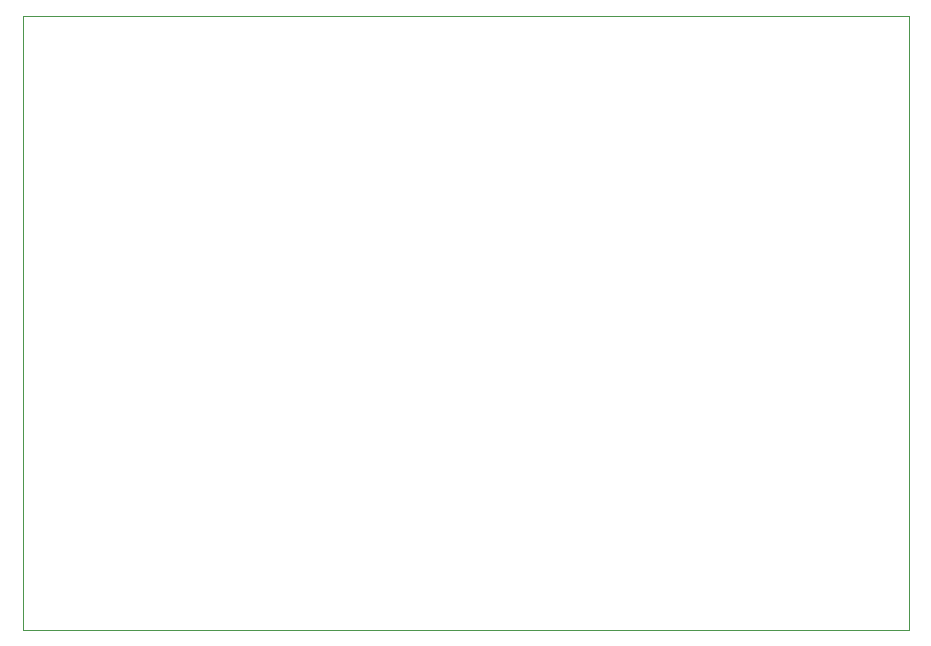
<source format=gm1>
%TF.GenerationSoftware,KiCad,Pcbnew,(6.0.9-0)*%
%TF.CreationDate,2023-01-06T11:38:35+01:00*%
%TF.ProjectId,HumidityLoggerBreakout,48756d69-6469-4747-994c-6f6767657242,rev?*%
%TF.SameCoordinates,Original*%
%TF.FileFunction,Profile,NP*%
%FSLAX46Y46*%
G04 Gerber Fmt 4.6, Leading zero omitted, Abs format (unit mm)*
G04 Created by KiCad (PCBNEW (6.0.9-0)) date 2023-01-06 11:38:35*
%MOMM*%
%LPD*%
G01*
G04 APERTURE LIST*
%TA.AperFunction,Profile*%
%ADD10C,0.100000*%
%TD*%
G04 APERTURE END LIST*
D10*
X90000000Y-50000000D02*
X165000000Y-50000000D01*
X165000000Y-50000000D02*
X165000000Y-102000000D01*
X165000000Y-102000000D02*
X90000000Y-102000000D01*
X90000000Y-102000000D02*
X90000000Y-50000000D01*
M02*

</source>
